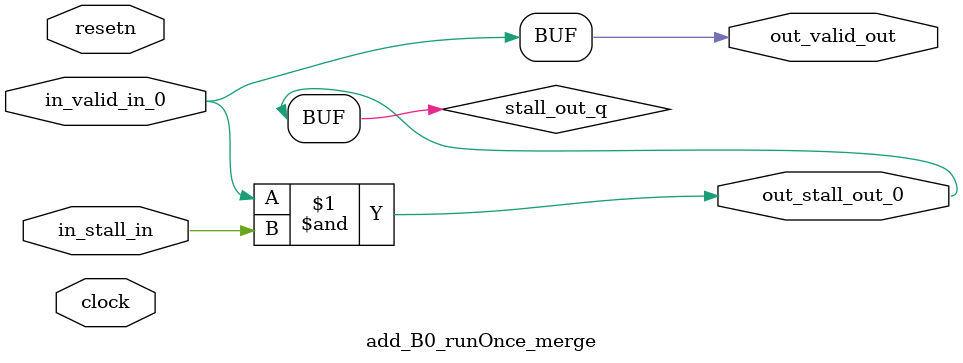
<source format=sv>



(* altera_attribute = "-name AUTO_SHIFT_REGISTER_RECOGNITION OFF; -name MESSAGE_DISABLE 10036; -name MESSAGE_DISABLE 10037; -name MESSAGE_DISABLE 14130; -name MESSAGE_DISABLE 14320; -name MESSAGE_DISABLE 15400; -name MESSAGE_DISABLE 14130; -name MESSAGE_DISABLE 10036; -name MESSAGE_DISABLE 12020; -name MESSAGE_DISABLE 12030; -name MESSAGE_DISABLE 12010; -name MESSAGE_DISABLE 12110; -name MESSAGE_DISABLE 14320; -name MESSAGE_DISABLE 13410; -name MESSAGE_DISABLE 113007; -name MESSAGE_DISABLE 10958" *)
module add_B0_runOnce_merge (
    input wire [0:0] in_stall_in,
    input wire [0:0] in_valid_in_0,
    output wire [0:0] out_stall_out_0,
    output wire [0:0] out_valid_out,
    input wire clock,
    input wire resetn
    );

    wire [0:0] stall_out_q;


    // stall_out(LOGICAL,6)
    assign stall_out_q = in_valid_in_0 & in_stall_in;

    // out_stall_out_0(GPOUT,4)
    assign out_stall_out_0 = stall_out_q;

    // out_valid_out(GPOUT,5)
    assign out_valid_out = in_valid_in_0;

endmodule

</source>
